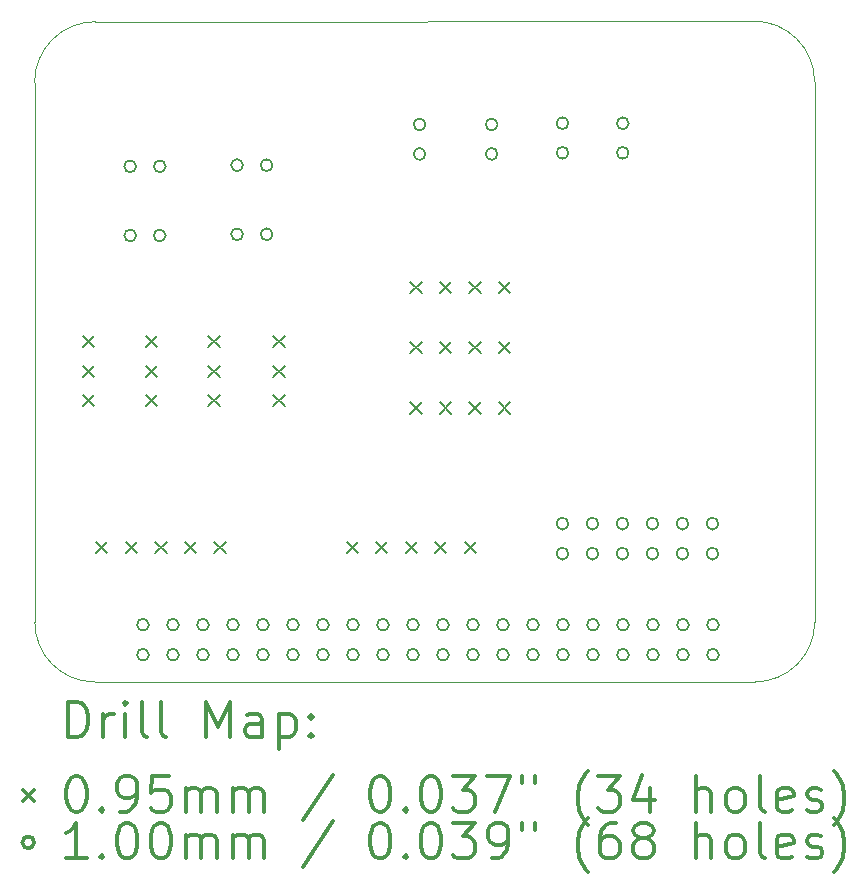
<source format=gbr>
%FSLAX45Y45*%
G04 Gerber Fmt 4.5, Leading zero omitted, Abs format (unit mm)*
G04 Created by KiCad (PCBNEW (5.1.6)-1) date 2022-01-03 19:56:45*
%MOMM*%
%LPD*%
G01*
G04 APERTURE LIST*
%TA.AperFunction,Profile*%
%ADD10C,0.050000*%
%TD*%
%ADD11C,0.200000*%
%ADD12C,0.300000*%
G04 APERTURE END LIST*
D10*
X18040000Y-4735100D02*
X12465000Y-4740000D01*
X11952000Y-9822000D02*
X11950000Y-5255000D01*
X12460000Y-10330000D02*
G75*
G02*
X11952000Y-9822000I0J508000D01*
G01*
X18556000Y-9822000D02*
G75*
G02*
X18048000Y-10330000I-508000J0D01*
G01*
X18040000Y-4735000D02*
G75*
G02*
X18555000Y-5250000I0J-515000D01*
G01*
X11950006Y-5255000D02*
G75*
G02*
X12465000Y-4740000I515000J0D01*
G01*
X18556000Y-9822000D02*
X18555000Y-5250000D01*
X18048000Y-10330000D02*
X12460000Y-10330000D01*
D11*
X15132500Y-7962500D02*
X15227500Y-8057500D01*
X15227500Y-7962500D02*
X15132500Y-8057500D01*
X15382500Y-7962500D02*
X15477500Y-8057500D01*
X15477500Y-7962500D02*
X15382500Y-8057500D01*
X15632500Y-7962500D02*
X15727500Y-8057500D01*
X15727500Y-7962500D02*
X15632500Y-8057500D01*
X15882500Y-7962500D02*
X15977500Y-8057500D01*
X15977500Y-7962500D02*
X15882500Y-8057500D01*
X12892500Y-7402500D02*
X12987500Y-7497500D01*
X12987500Y-7402500D02*
X12892500Y-7497500D01*
X12892500Y-7652500D02*
X12987500Y-7747500D01*
X12987500Y-7652500D02*
X12892500Y-7747500D01*
X12892500Y-7902500D02*
X12987500Y-7997500D01*
X12987500Y-7902500D02*
X12892500Y-7997500D01*
X15132500Y-6942500D02*
X15227500Y-7037500D01*
X15227500Y-6942500D02*
X15132500Y-7037500D01*
X15382500Y-6942500D02*
X15477500Y-7037500D01*
X15477500Y-6942500D02*
X15382500Y-7037500D01*
X15632500Y-6942500D02*
X15727500Y-7037500D01*
X15727500Y-6942500D02*
X15632500Y-7037500D01*
X15882500Y-6942500D02*
X15977500Y-7037500D01*
X15977500Y-6942500D02*
X15882500Y-7037500D01*
X13422500Y-7402500D02*
X13517500Y-7497500D01*
X13517500Y-7402500D02*
X13422500Y-7497500D01*
X13422500Y-7652500D02*
X13517500Y-7747500D01*
X13517500Y-7652500D02*
X13422500Y-7747500D01*
X13422500Y-7902500D02*
X13517500Y-7997500D01*
X13517500Y-7902500D02*
X13422500Y-7997500D01*
X14592500Y-9142500D02*
X14687500Y-9237500D01*
X14687500Y-9142500D02*
X14592500Y-9237500D01*
X14842500Y-9142500D02*
X14937500Y-9237500D01*
X14937500Y-9142500D02*
X14842500Y-9237500D01*
X15092500Y-9142500D02*
X15187500Y-9237500D01*
X15187500Y-9142500D02*
X15092500Y-9237500D01*
X15342500Y-9142500D02*
X15437500Y-9237500D01*
X15437500Y-9142500D02*
X15342500Y-9237500D01*
X15592500Y-9142500D02*
X15687500Y-9237500D01*
X15687500Y-9142500D02*
X15592500Y-9237500D01*
X12472500Y-9142500D02*
X12567500Y-9237500D01*
X12567500Y-9142500D02*
X12472500Y-9237500D01*
X12722500Y-9142500D02*
X12817500Y-9237500D01*
X12817500Y-9142500D02*
X12722500Y-9237500D01*
X12972500Y-9142500D02*
X13067500Y-9237500D01*
X13067500Y-9142500D02*
X12972500Y-9237500D01*
X13222500Y-9142500D02*
X13317500Y-9237500D01*
X13317500Y-9142500D02*
X13222500Y-9237500D01*
X13472500Y-9142500D02*
X13567500Y-9237500D01*
X13567500Y-9142500D02*
X13472500Y-9237500D01*
X12362500Y-7402500D02*
X12457500Y-7497500D01*
X12457500Y-7402500D02*
X12362500Y-7497500D01*
X12362500Y-7652500D02*
X12457500Y-7747500D01*
X12457500Y-7652500D02*
X12362500Y-7747500D01*
X12362500Y-7902500D02*
X12457500Y-7997500D01*
X12457500Y-7902500D02*
X12362500Y-7997500D01*
X13972500Y-7402500D02*
X14067500Y-7497500D01*
X14067500Y-7402500D02*
X13972500Y-7497500D01*
X13972500Y-7652500D02*
X14067500Y-7747500D01*
X14067500Y-7652500D02*
X13972500Y-7747500D01*
X13972500Y-7902500D02*
X14067500Y-7997500D01*
X14067500Y-7902500D02*
X13972500Y-7997500D01*
X15132500Y-7452500D02*
X15227500Y-7547500D01*
X15227500Y-7452500D02*
X15132500Y-7547500D01*
X15382500Y-7452500D02*
X15477500Y-7547500D01*
X15477500Y-7452500D02*
X15382500Y-7547500D01*
X15632500Y-7452500D02*
X15727500Y-7547500D01*
X15727500Y-7452500D02*
X15632500Y-7547500D01*
X15882500Y-7452500D02*
X15977500Y-7547500D01*
X15977500Y-7452500D02*
X15882500Y-7547500D01*
X15260000Y-5610000D02*
G75*
G03*
X15260000Y-5610000I-50000J0D01*
G01*
X15260000Y-5860000D02*
G75*
G03*
X15260000Y-5860000I-50000J0D01*
G01*
X13715000Y-6540000D02*
G75*
G03*
X13715000Y-6540000I-50000J0D01*
G01*
X13965000Y-6540000D02*
G75*
G03*
X13965000Y-6540000I-50000J0D01*
G01*
X12810000Y-5965000D02*
G75*
G03*
X12810000Y-5965000I-50000J0D01*
G01*
X13060000Y-5965000D02*
G75*
G03*
X13060000Y-5965000I-50000J0D01*
G01*
X13715000Y-5955000D02*
G75*
G03*
X13715000Y-5955000I-50000J0D01*
G01*
X13965000Y-5955000D02*
G75*
G03*
X13965000Y-5955000I-50000J0D01*
G01*
X12918000Y-9846000D02*
G75*
G03*
X12918000Y-9846000I-50000J0D01*
G01*
X12918000Y-10100000D02*
G75*
G03*
X12918000Y-10100000I-50000J0D01*
G01*
X13172000Y-9846000D02*
G75*
G03*
X13172000Y-9846000I-50000J0D01*
G01*
X13172000Y-10100000D02*
G75*
G03*
X13172000Y-10100000I-50000J0D01*
G01*
X13426000Y-9846000D02*
G75*
G03*
X13426000Y-9846000I-50000J0D01*
G01*
X13426000Y-10100000D02*
G75*
G03*
X13426000Y-10100000I-50000J0D01*
G01*
X13680000Y-9846000D02*
G75*
G03*
X13680000Y-9846000I-50000J0D01*
G01*
X13680000Y-10100000D02*
G75*
G03*
X13680000Y-10100000I-50000J0D01*
G01*
X13934000Y-9846000D02*
G75*
G03*
X13934000Y-9846000I-50000J0D01*
G01*
X13934000Y-10100000D02*
G75*
G03*
X13934000Y-10100000I-50000J0D01*
G01*
X14188000Y-9846000D02*
G75*
G03*
X14188000Y-9846000I-50000J0D01*
G01*
X14188000Y-10100000D02*
G75*
G03*
X14188000Y-10100000I-50000J0D01*
G01*
X14442000Y-9846000D02*
G75*
G03*
X14442000Y-9846000I-50000J0D01*
G01*
X14442000Y-10100000D02*
G75*
G03*
X14442000Y-10100000I-50000J0D01*
G01*
X14696000Y-9846000D02*
G75*
G03*
X14696000Y-9846000I-50000J0D01*
G01*
X14696000Y-10100000D02*
G75*
G03*
X14696000Y-10100000I-50000J0D01*
G01*
X14950000Y-9846000D02*
G75*
G03*
X14950000Y-9846000I-50000J0D01*
G01*
X14950000Y-10100000D02*
G75*
G03*
X14950000Y-10100000I-50000J0D01*
G01*
X15204000Y-9846000D02*
G75*
G03*
X15204000Y-9846000I-50000J0D01*
G01*
X15204000Y-10100000D02*
G75*
G03*
X15204000Y-10100000I-50000J0D01*
G01*
X15458000Y-9846000D02*
G75*
G03*
X15458000Y-9846000I-50000J0D01*
G01*
X15458000Y-10100000D02*
G75*
G03*
X15458000Y-10100000I-50000J0D01*
G01*
X15712000Y-9846000D02*
G75*
G03*
X15712000Y-9846000I-50000J0D01*
G01*
X15712000Y-10100000D02*
G75*
G03*
X15712000Y-10100000I-50000J0D01*
G01*
X15966000Y-9846000D02*
G75*
G03*
X15966000Y-9846000I-50000J0D01*
G01*
X15966000Y-10100000D02*
G75*
G03*
X15966000Y-10100000I-50000J0D01*
G01*
X16220000Y-9846000D02*
G75*
G03*
X16220000Y-9846000I-50000J0D01*
G01*
X16220000Y-10100000D02*
G75*
G03*
X16220000Y-10100000I-50000J0D01*
G01*
X16474000Y-9846000D02*
G75*
G03*
X16474000Y-9846000I-50000J0D01*
G01*
X16474000Y-10100000D02*
G75*
G03*
X16474000Y-10100000I-50000J0D01*
G01*
X16728000Y-9846000D02*
G75*
G03*
X16728000Y-9846000I-50000J0D01*
G01*
X16728000Y-10100000D02*
G75*
G03*
X16728000Y-10100000I-50000J0D01*
G01*
X16982000Y-9846000D02*
G75*
G03*
X16982000Y-9846000I-50000J0D01*
G01*
X16982000Y-10100000D02*
G75*
G03*
X16982000Y-10100000I-50000J0D01*
G01*
X17236000Y-9846000D02*
G75*
G03*
X17236000Y-9846000I-50000J0D01*
G01*
X17236000Y-10100000D02*
G75*
G03*
X17236000Y-10100000I-50000J0D01*
G01*
X17490000Y-9846000D02*
G75*
G03*
X17490000Y-9846000I-50000J0D01*
G01*
X17490000Y-10100000D02*
G75*
G03*
X17490000Y-10100000I-50000J0D01*
G01*
X17744000Y-9846000D02*
G75*
G03*
X17744000Y-9846000I-50000J0D01*
G01*
X17744000Y-10100000D02*
G75*
G03*
X17744000Y-10100000I-50000J0D01*
G01*
X15870000Y-5610000D02*
G75*
G03*
X15870000Y-5610000I-50000J0D01*
G01*
X15870000Y-5860000D02*
G75*
G03*
X15870000Y-5860000I-50000J0D01*
G01*
X12810000Y-6550000D02*
G75*
G03*
X12810000Y-6550000I-50000J0D01*
G01*
X13060000Y-6550000D02*
G75*
G03*
X13060000Y-6550000I-50000J0D01*
G01*
X16470000Y-5600000D02*
G75*
G03*
X16470000Y-5600000I-50000J0D01*
G01*
X16470000Y-5850000D02*
G75*
G03*
X16470000Y-5850000I-50000J0D01*
G01*
X16980000Y-5600000D02*
G75*
G03*
X16980000Y-5600000I-50000J0D01*
G01*
X16980000Y-5850000D02*
G75*
G03*
X16980000Y-5850000I-50000J0D01*
G01*
X16470000Y-8990000D02*
G75*
G03*
X16470000Y-8990000I-50000J0D01*
G01*
X16470000Y-9244000D02*
G75*
G03*
X16470000Y-9244000I-50000J0D01*
G01*
X16724000Y-8990000D02*
G75*
G03*
X16724000Y-8990000I-50000J0D01*
G01*
X16724000Y-9244000D02*
G75*
G03*
X16724000Y-9244000I-50000J0D01*
G01*
X16978000Y-8990000D02*
G75*
G03*
X16978000Y-8990000I-50000J0D01*
G01*
X16978000Y-9244000D02*
G75*
G03*
X16978000Y-9244000I-50000J0D01*
G01*
X17232000Y-8990000D02*
G75*
G03*
X17232000Y-8990000I-50000J0D01*
G01*
X17232000Y-9244000D02*
G75*
G03*
X17232000Y-9244000I-50000J0D01*
G01*
X17486000Y-8990000D02*
G75*
G03*
X17486000Y-8990000I-50000J0D01*
G01*
X17486000Y-9244000D02*
G75*
G03*
X17486000Y-9244000I-50000J0D01*
G01*
X17740000Y-8990000D02*
G75*
G03*
X17740000Y-8990000I-50000J0D01*
G01*
X17740000Y-9244000D02*
G75*
G03*
X17740000Y-9244000I-50000J0D01*
G01*
D12*
X12233934Y-10798214D02*
X12233934Y-10498214D01*
X12305363Y-10498214D01*
X12348220Y-10512500D01*
X12376792Y-10541072D01*
X12391077Y-10569643D01*
X12405363Y-10626786D01*
X12405363Y-10669643D01*
X12391077Y-10726786D01*
X12376792Y-10755357D01*
X12348220Y-10783929D01*
X12305363Y-10798214D01*
X12233934Y-10798214D01*
X12533934Y-10798214D02*
X12533934Y-10598214D01*
X12533934Y-10655357D02*
X12548220Y-10626786D01*
X12562506Y-10612500D01*
X12591077Y-10598214D01*
X12619649Y-10598214D01*
X12719649Y-10798214D02*
X12719649Y-10598214D01*
X12719649Y-10498214D02*
X12705363Y-10512500D01*
X12719649Y-10526786D01*
X12733934Y-10512500D01*
X12719649Y-10498214D01*
X12719649Y-10526786D01*
X12905363Y-10798214D02*
X12876792Y-10783929D01*
X12862506Y-10755357D01*
X12862506Y-10498214D01*
X13062506Y-10798214D02*
X13033934Y-10783929D01*
X13019649Y-10755357D01*
X13019649Y-10498214D01*
X13405363Y-10798214D02*
X13405363Y-10498214D01*
X13505363Y-10712500D01*
X13605363Y-10498214D01*
X13605363Y-10798214D01*
X13876792Y-10798214D02*
X13876792Y-10641072D01*
X13862506Y-10612500D01*
X13833934Y-10598214D01*
X13776792Y-10598214D01*
X13748220Y-10612500D01*
X13876792Y-10783929D02*
X13848220Y-10798214D01*
X13776792Y-10798214D01*
X13748220Y-10783929D01*
X13733934Y-10755357D01*
X13733934Y-10726786D01*
X13748220Y-10698214D01*
X13776792Y-10683929D01*
X13848220Y-10683929D01*
X13876792Y-10669643D01*
X14019649Y-10598214D02*
X14019649Y-10898214D01*
X14019649Y-10612500D02*
X14048220Y-10598214D01*
X14105363Y-10598214D01*
X14133934Y-10612500D01*
X14148220Y-10626786D01*
X14162506Y-10655357D01*
X14162506Y-10741072D01*
X14148220Y-10769643D01*
X14133934Y-10783929D01*
X14105363Y-10798214D01*
X14048220Y-10798214D01*
X14019649Y-10783929D01*
X14291077Y-10769643D02*
X14305363Y-10783929D01*
X14291077Y-10798214D01*
X14276792Y-10783929D01*
X14291077Y-10769643D01*
X14291077Y-10798214D01*
X14291077Y-10612500D02*
X14305363Y-10626786D01*
X14291077Y-10641072D01*
X14276792Y-10626786D01*
X14291077Y-10612500D01*
X14291077Y-10641072D01*
X11852506Y-11245000D02*
X11947506Y-11340000D01*
X11947506Y-11245000D02*
X11852506Y-11340000D01*
X12291077Y-11128214D02*
X12319649Y-11128214D01*
X12348220Y-11142500D01*
X12362506Y-11156786D01*
X12376792Y-11185357D01*
X12391077Y-11242500D01*
X12391077Y-11313929D01*
X12376792Y-11371071D01*
X12362506Y-11399643D01*
X12348220Y-11413929D01*
X12319649Y-11428214D01*
X12291077Y-11428214D01*
X12262506Y-11413929D01*
X12248220Y-11399643D01*
X12233934Y-11371071D01*
X12219649Y-11313929D01*
X12219649Y-11242500D01*
X12233934Y-11185357D01*
X12248220Y-11156786D01*
X12262506Y-11142500D01*
X12291077Y-11128214D01*
X12519649Y-11399643D02*
X12533934Y-11413929D01*
X12519649Y-11428214D01*
X12505363Y-11413929D01*
X12519649Y-11399643D01*
X12519649Y-11428214D01*
X12676792Y-11428214D02*
X12733934Y-11428214D01*
X12762506Y-11413929D01*
X12776792Y-11399643D01*
X12805363Y-11356786D01*
X12819649Y-11299643D01*
X12819649Y-11185357D01*
X12805363Y-11156786D01*
X12791077Y-11142500D01*
X12762506Y-11128214D01*
X12705363Y-11128214D01*
X12676792Y-11142500D01*
X12662506Y-11156786D01*
X12648220Y-11185357D01*
X12648220Y-11256786D01*
X12662506Y-11285357D01*
X12676792Y-11299643D01*
X12705363Y-11313929D01*
X12762506Y-11313929D01*
X12791077Y-11299643D01*
X12805363Y-11285357D01*
X12819649Y-11256786D01*
X13091077Y-11128214D02*
X12948220Y-11128214D01*
X12933934Y-11271071D01*
X12948220Y-11256786D01*
X12976792Y-11242500D01*
X13048220Y-11242500D01*
X13076792Y-11256786D01*
X13091077Y-11271071D01*
X13105363Y-11299643D01*
X13105363Y-11371071D01*
X13091077Y-11399643D01*
X13076792Y-11413929D01*
X13048220Y-11428214D01*
X12976792Y-11428214D01*
X12948220Y-11413929D01*
X12933934Y-11399643D01*
X13233934Y-11428214D02*
X13233934Y-11228214D01*
X13233934Y-11256786D02*
X13248220Y-11242500D01*
X13276792Y-11228214D01*
X13319649Y-11228214D01*
X13348220Y-11242500D01*
X13362506Y-11271071D01*
X13362506Y-11428214D01*
X13362506Y-11271071D02*
X13376792Y-11242500D01*
X13405363Y-11228214D01*
X13448220Y-11228214D01*
X13476792Y-11242500D01*
X13491077Y-11271071D01*
X13491077Y-11428214D01*
X13633934Y-11428214D02*
X13633934Y-11228214D01*
X13633934Y-11256786D02*
X13648220Y-11242500D01*
X13676792Y-11228214D01*
X13719649Y-11228214D01*
X13748220Y-11242500D01*
X13762506Y-11271071D01*
X13762506Y-11428214D01*
X13762506Y-11271071D02*
X13776792Y-11242500D01*
X13805363Y-11228214D01*
X13848220Y-11228214D01*
X13876792Y-11242500D01*
X13891077Y-11271071D01*
X13891077Y-11428214D01*
X14476792Y-11113929D02*
X14219649Y-11499643D01*
X14862506Y-11128214D02*
X14891077Y-11128214D01*
X14919649Y-11142500D01*
X14933934Y-11156786D01*
X14948220Y-11185357D01*
X14962506Y-11242500D01*
X14962506Y-11313929D01*
X14948220Y-11371071D01*
X14933934Y-11399643D01*
X14919649Y-11413929D01*
X14891077Y-11428214D01*
X14862506Y-11428214D01*
X14833934Y-11413929D01*
X14819649Y-11399643D01*
X14805363Y-11371071D01*
X14791077Y-11313929D01*
X14791077Y-11242500D01*
X14805363Y-11185357D01*
X14819649Y-11156786D01*
X14833934Y-11142500D01*
X14862506Y-11128214D01*
X15091077Y-11399643D02*
X15105363Y-11413929D01*
X15091077Y-11428214D01*
X15076792Y-11413929D01*
X15091077Y-11399643D01*
X15091077Y-11428214D01*
X15291077Y-11128214D02*
X15319649Y-11128214D01*
X15348220Y-11142500D01*
X15362506Y-11156786D01*
X15376792Y-11185357D01*
X15391077Y-11242500D01*
X15391077Y-11313929D01*
X15376792Y-11371071D01*
X15362506Y-11399643D01*
X15348220Y-11413929D01*
X15319649Y-11428214D01*
X15291077Y-11428214D01*
X15262506Y-11413929D01*
X15248220Y-11399643D01*
X15233934Y-11371071D01*
X15219649Y-11313929D01*
X15219649Y-11242500D01*
X15233934Y-11185357D01*
X15248220Y-11156786D01*
X15262506Y-11142500D01*
X15291077Y-11128214D01*
X15491077Y-11128214D02*
X15676792Y-11128214D01*
X15576792Y-11242500D01*
X15619649Y-11242500D01*
X15648220Y-11256786D01*
X15662506Y-11271071D01*
X15676792Y-11299643D01*
X15676792Y-11371071D01*
X15662506Y-11399643D01*
X15648220Y-11413929D01*
X15619649Y-11428214D01*
X15533934Y-11428214D01*
X15505363Y-11413929D01*
X15491077Y-11399643D01*
X15776792Y-11128214D02*
X15976792Y-11128214D01*
X15848220Y-11428214D01*
X16076792Y-11128214D02*
X16076792Y-11185357D01*
X16191077Y-11128214D02*
X16191077Y-11185357D01*
X16633934Y-11542500D02*
X16619649Y-11528214D01*
X16591077Y-11485357D01*
X16576792Y-11456786D01*
X16562506Y-11413929D01*
X16548220Y-11342500D01*
X16548220Y-11285357D01*
X16562506Y-11213929D01*
X16576792Y-11171072D01*
X16591077Y-11142500D01*
X16619649Y-11099643D01*
X16633934Y-11085357D01*
X16719649Y-11128214D02*
X16905363Y-11128214D01*
X16805363Y-11242500D01*
X16848220Y-11242500D01*
X16876792Y-11256786D01*
X16891077Y-11271071D01*
X16905363Y-11299643D01*
X16905363Y-11371071D01*
X16891077Y-11399643D01*
X16876792Y-11413929D01*
X16848220Y-11428214D01*
X16762506Y-11428214D01*
X16733934Y-11413929D01*
X16719649Y-11399643D01*
X17162506Y-11228214D02*
X17162506Y-11428214D01*
X17091077Y-11113929D02*
X17019649Y-11328214D01*
X17205363Y-11328214D01*
X17548220Y-11428214D02*
X17548220Y-11128214D01*
X17676792Y-11428214D02*
X17676792Y-11271071D01*
X17662506Y-11242500D01*
X17633934Y-11228214D01*
X17591077Y-11228214D01*
X17562506Y-11242500D01*
X17548220Y-11256786D01*
X17862506Y-11428214D02*
X17833934Y-11413929D01*
X17819649Y-11399643D01*
X17805363Y-11371071D01*
X17805363Y-11285357D01*
X17819649Y-11256786D01*
X17833934Y-11242500D01*
X17862506Y-11228214D01*
X17905363Y-11228214D01*
X17933934Y-11242500D01*
X17948220Y-11256786D01*
X17962506Y-11285357D01*
X17962506Y-11371071D01*
X17948220Y-11399643D01*
X17933934Y-11413929D01*
X17905363Y-11428214D01*
X17862506Y-11428214D01*
X18133934Y-11428214D02*
X18105363Y-11413929D01*
X18091077Y-11385357D01*
X18091077Y-11128214D01*
X18362506Y-11413929D02*
X18333934Y-11428214D01*
X18276792Y-11428214D01*
X18248220Y-11413929D01*
X18233934Y-11385357D01*
X18233934Y-11271071D01*
X18248220Y-11242500D01*
X18276792Y-11228214D01*
X18333934Y-11228214D01*
X18362506Y-11242500D01*
X18376792Y-11271071D01*
X18376792Y-11299643D01*
X18233934Y-11328214D01*
X18491077Y-11413929D02*
X18519649Y-11428214D01*
X18576792Y-11428214D01*
X18605363Y-11413929D01*
X18619649Y-11385357D01*
X18619649Y-11371071D01*
X18605363Y-11342500D01*
X18576792Y-11328214D01*
X18533934Y-11328214D01*
X18505363Y-11313929D01*
X18491077Y-11285357D01*
X18491077Y-11271071D01*
X18505363Y-11242500D01*
X18533934Y-11228214D01*
X18576792Y-11228214D01*
X18605363Y-11242500D01*
X18719649Y-11542500D02*
X18733934Y-11528214D01*
X18762506Y-11485357D01*
X18776792Y-11456786D01*
X18791077Y-11413929D01*
X18805363Y-11342500D01*
X18805363Y-11285357D01*
X18791077Y-11213929D01*
X18776792Y-11171072D01*
X18762506Y-11142500D01*
X18733934Y-11099643D01*
X18719649Y-11085357D01*
X11947506Y-11688500D02*
G75*
G03*
X11947506Y-11688500I-50000J0D01*
G01*
X12391077Y-11824214D02*
X12219649Y-11824214D01*
X12305363Y-11824214D02*
X12305363Y-11524214D01*
X12276792Y-11567071D01*
X12248220Y-11595643D01*
X12219649Y-11609929D01*
X12519649Y-11795643D02*
X12533934Y-11809929D01*
X12519649Y-11824214D01*
X12505363Y-11809929D01*
X12519649Y-11795643D01*
X12519649Y-11824214D01*
X12719649Y-11524214D02*
X12748220Y-11524214D01*
X12776792Y-11538500D01*
X12791077Y-11552786D01*
X12805363Y-11581357D01*
X12819649Y-11638500D01*
X12819649Y-11709929D01*
X12805363Y-11767071D01*
X12791077Y-11795643D01*
X12776792Y-11809929D01*
X12748220Y-11824214D01*
X12719649Y-11824214D01*
X12691077Y-11809929D01*
X12676792Y-11795643D01*
X12662506Y-11767071D01*
X12648220Y-11709929D01*
X12648220Y-11638500D01*
X12662506Y-11581357D01*
X12676792Y-11552786D01*
X12691077Y-11538500D01*
X12719649Y-11524214D01*
X13005363Y-11524214D02*
X13033934Y-11524214D01*
X13062506Y-11538500D01*
X13076792Y-11552786D01*
X13091077Y-11581357D01*
X13105363Y-11638500D01*
X13105363Y-11709929D01*
X13091077Y-11767071D01*
X13076792Y-11795643D01*
X13062506Y-11809929D01*
X13033934Y-11824214D01*
X13005363Y-11824214D01*
X12976792Y-11809929D01*
X12962506Y-11795643D01*
X12948220Y-11767071D01*
X12933934Y-11709929D01*
X12933934Y-11638500D01*
X12948220Y-11581357D01*
X12962506Y-11552786D01*
X12976792Y-11538500D01*
X13005363Y-11524214D01*
X13233934Y-11824214D02*
X13233934Y-11624214D01*
X13233934Y-11652786D02*
X13248220Y-11638500D01*
X13276792Y-11624214D01*
X13319649Y-11624214D01*
X13348220Y-11638500D01*
X13362506Y-11667071D01*
X13362506Y-11824214D01*
X13362506Y-11667071D02*
X13376792Y-11638500D01*
X13405363Y-11624214D01*
X13448220Y-11624214D01*
X13476792Y-11638500D01*
X13491077Y-11667071D01*
X13491077Y-11824214D01*
X13633934Y-11824214D02*
X13633934Y-11624214D01*
X13633934Y-11652786D02*
X13648220Y-11638500D01*
X13676792Y-11624214D01*
X13719649Y-11624214D01*
X13748220Y-11638500D01*
X13762506Y-11667071D01*
X13762506Y-11824214D01*
X13762506Y-11667071D02*
X13776792Y-11638500D01*
X13805363Y-11624214D01*
X13848220Y-11624214D01*
X13876792Y-11638500D01*
X13891077Y-11667071D01*
X13891077Y-11824214D01*
X14476792Y-11509929D02*
X14219649Y-11895643D01*
X14862506Y-11524214D02*
X14891077Y-11524214D01*
X14919649Y-11538500D01*
X14933934Y-11552786D01*
X14948220Y-11581357D01*
X14962506Y-11638500D01*
X14962506Y-11709929D01*
X14948220Y-11767071D01*
X14933934Y-11795643D01*
X14919649Y-11809929D01*
X14891077Y-11824214D01*
X14862506Y-11824214D01*
X14833934Y-11809929D01*
X14819649Y-11795643D01*
X14805363Y-11767071D01*
X14791077Y-11709929D01*
X14791077Y-11638500D01*
X14805363Y-11581357D01*
X14819649Y-11552786D01*
X14833934Y-11538500D01*
X14862506Y-11524214D01*
X15091077Y-11795643D02*
X15105363Y-11809929D01*
X15091077Y-11824214D01*
X15076792Y-11809929D01*
X15091077Y-11795643D01*
X15091077Y-11824214D01*
X15291077Y-11524214D02*
X15319649Y-11524214D01*
X15348220Y-11538500D01*
X15362506Y-11552786D01*
X15376792Y-11581357D01*
X15391077Y-11638500D01*
X15391077Y-11709929D01*
X15376792Y-11767071D01*
X15362506Y-11795643D01*
X15348220Y-11809929D01*
X15319649Y-11824214D01*
X15291077Y-11824214D01*
X15262506Y-11809929D01*
X15248220Y-11795643D01*
X15233934Y-11767071D01*
X15219649Y-11709929D01*
X15219649Y-11638500D01*
X15233934Y-11581357D01*
X15248220Y-11552786D01*
X15262506Y-11538500D01*
X15291077Y-11524214D01*
X15491077Y-11524214D02*
X15676792Y-11524214D01*
X15576792Y-11638500D01*
X15619649Y-11638500D01*
X15648220Y-11652786D01*
X15662506Y-11667071D01*
X15676792Y-11695643D01*
X15676792Y-11767071D01*
X15662506Y-11795643D01*
X15648220Y-11809929D01*
X15619649Y-11824214D01*
X15533934Y-11824214D01*
X15505363Y-11809929D01*
X15491077Y-11795643D01*
X15819649Y-11824214D02*
X15876792Y-11824214D01*
X15905363Y-11809929D01*
X15919649Y-11795643D01*
X15948220Y-11752786D01*
X15962506Y-11695643D01*
X15962506Y-11581357D01*
X15948220Y-11552786D01*
X15933934Y-11538500D01*
X15905363Y-11524214D01*
X15848220Y-11524214D01*
X15819649Y-11538500D01*
X15805363Y-11552786D01*
X15791077Y-11581357D01*
X15791077Y-11652786D01*
X15805363Y-11681357D01*
X15819649Y-11695643D01*
X15848220Y-11709929D01*
X15905363Y-11709929D01*
X15933934Y-11695643D01*
X15948220Y-11681357D01*
X15962506Y-11652786D01*
X16076792Y-11524214D02*
X16076792Y-11581357D01*
X16191077Y-11524214D02*
X16191077Y-11581357D01*
X16633934Y-11938500D02*
X16619649Y-11924214D01*
X16591077Y-11881357D01*
X16576792Y-11852786D01*
X16562506Y-11809929D01*
X16548220Y-11738500D01*
X16548220Y-11681357D01*
X16562506Y-11609929D01*
X16576792Y-11567071D01*
X16591077Y-11538500D01*
X16619649Y-11495643D01*
X16633934Y-11481357D01*
X16876792Y-11524214D02*
X16819649Y-11524214D01*
X16791077Y-11538500D01*
X16776792Y-11552786D01*
X16748220Y-11595643D01*
X16733934Y-11652786D01*
X16733934Y-11767071D01*
X16748220Y-11795643D01*
X16762506Y-11809929D01*
X16791077Y-11824214D01*
X16848220Y-11824214D01*
X16876792Y-11809929D01*
X16891077Y-11795643D01*
X16905363Y-11767071D01*
X16905363Y-11695643D01*
X16891077Y-11667071D01*
X16876792Y-11652786D01*
X16848220Y-11638500D01*
X16791077Y-11638500D01*
X16762506Y-11652786D01*
X16748220Y-11667071D01*
X16733934Y-11695643D01*
X17076792Y-11652786D02*
X17048220Y-11638500D01*
X17033934Y-11624214D01*
X17019649Y-11595643D01*
X17019649Y-11581357D01*
X17033934Y-11552786D01*
X17048220Y-11538500D01*
X17076792Y-11524214D01*
X17133934Y-11524214D01*
X17162506Y-11538500D01*
X17176792Y-11552786D01*
X17191077Y-11581357D01*
X17191077Y-11595643D01*
X17176792Y-11624214D01*
X17162506Y-11638500D01*
X17133934Y-11652786D01*
X17076792Y-11652786D01*
X17048220Y-11667071D01*
X17033934Y-11681357D01*
X17019649Y-11709929D01*
X17019649Y-11767071D01*
X17033934Y-11795643D01*
X17048220Y-11809929D01*
X17076792Y-11824214D01*
X17133934Y-11824214D01*
X17162506Y-11809929D01*
X17176792Y-11795643D01*
X17191077Y-11767071D01*
X17191077Y-11709929D01*
X17176792Y-11681357D01*
X17162506Y-11667071D01*
X17133934Y-11652786D01*
X17548220Y-11824214D02*
X17548220Y-11524214D01*
X17676792Y-11824214D02*
X17676792Y-11667071D01*
X17662506Y-11638500D01*
X17633934Y-11624214D01*
X17591077Y-11624214D01*
X17562506Y-11638500D01*
X17548220Y-11652786D01*
X17862506Y-11824214D02*
X17833934Y-11809929D01*
X17819649Y-11795643D01*
X17805363Y-11767071D01*
X17805363Y-11681357D01*
X17819649Y-11652786D01*
X17833934Y-11638500D01*
X17862506Y-11624214D01*
X17905363Y-11624214D01*
X17933934Y-11638500D01*
X17948220Y-11652786D01*
X17962506Y-11681357D01*
X17962506Y-11767071D01*
X17948220Y-11795643D01*
X17933934Y-11809929D01*
X17905363Y-11824214D01*
X17862506Y-11824214D01*
X18133934Y-11824214D02*
X18105363Y-11809929D01*
X18091077Y-11781357D01*
X18091077Y-11524214D01*
X18362506Y-11809929D02*
X18333934Y-11824214D01*
X18276792Y-11824214D01*
X18248220Y-11809929D01*
X18233934Y-11781357D01*
X18233934Y-11667071D01*
X18248220Y-11638500D01*
X18276792Y-11624214D01*
X18333934Y-11624214D01*
X18362506Y-11638500D01*
X18376792Y-11667071D01*
X18376792Y-11695643D01*
X18233934Y-11724214D01*
X18491077Y-11809929D02*
X18519649Y-11824214D01*
X18576792Y-11824214D01*
X18605363Y-11809929D01*
X18619649Y-11781357D01*
X18619649Y-11767071D01*
X18605363Y-11738500D01*
X18576792Y-11724214D01*
X18533934Y-11724214D01*
X18505363Y-11709929D01*
X18491077Y-11681357D01*
X18491077Y-11667071D01*
X18505363Y-11638500D01*
X18533934Y-11624214D01*
X18576792Y-11624214D01*
X18605363Y-11638500D01*
X18719649Y-11938500D02*
X18733934Y-11924214D01*
X18762506Y-11881357D01*
X18776792Y-11852786D01*
X18791077Y-11809929D01*
X18805363Y-11738500D01*
X18805363Y-11681357D01*
X18791077Y-11609929D01*
X18776792Y-11567071D01*
X18762506Y-11538500D01*
X18733934Y-11495643D01*
X18719649Y-11481357D01*
M02*

</source>
